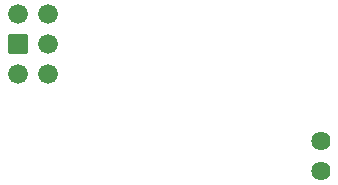
<source format=gbs>
G04 Layer: BottomSolderMaskLayer*
G04 EasyEDA v6.5.22, 2023-04-02 13:19:52*
G04 e11523a40a7546c49719b0b35a8351d0,15f4cc3622644fce95c1d8fbedb56722,10*
G04 Gerber Generator version 0.2*
G04 Scale: 100 percent, Rotated: No, Reflected: No *
G04 Dimensions in millimeters *
G04 leading zeros omitted , absolute positions ,4 integer and 5 decimal *
%FSLAX45Y45*%
%MOMM*%

%AMMACRO1*1,1,$1,$2,$3*1,1,$1,$4,$5*1,1,$1,0-$2,0-$3*1,1,$1,0-$4,0-$5*20,1,$1,$2,$3,$4,$5,0*20,1,$1,$4,$5,0-$2,0-$3,0*20,1,$1,0-$2,0-$3,0-$4,0-$5,0*20,1,$1,0-$4,0-$5,$2,$3,0*4,1,4,$2,$3,$4,$5,0-$2,0-$3,0-$4,0-$5,$2,$3,0*%
%ADD10C,1.6256*%
%ADD11C,1.6764*%
%ADD12MACRO1,0.1016X-0.7874X-0.7874X-0.7874X0.7874*%

%LPD*%
D10*
G01*
X1220012Y-1073988D03*
G01*
X1220012Y-819988D03*
D11*
G01*
X-1343990Y254000D03*
G01*
X-1089990Y254000D03*
D12*
G01*
X-1343997Y5D03*
D11*
G01*
X-1089990Y0D03*
G01*
X-1343990Y-254000D03*
G01*
X-1089990Y-254000D03*
M02*

</source>
